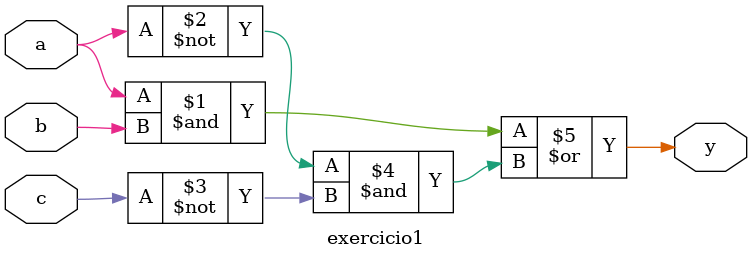
<source format=sv>
module exercicio1(
    input logic a,
    input logic b,
    input logic c,
    output logic y
);

    assign y = ((a & b) | (~a & ~c));
endmodule
</source>
